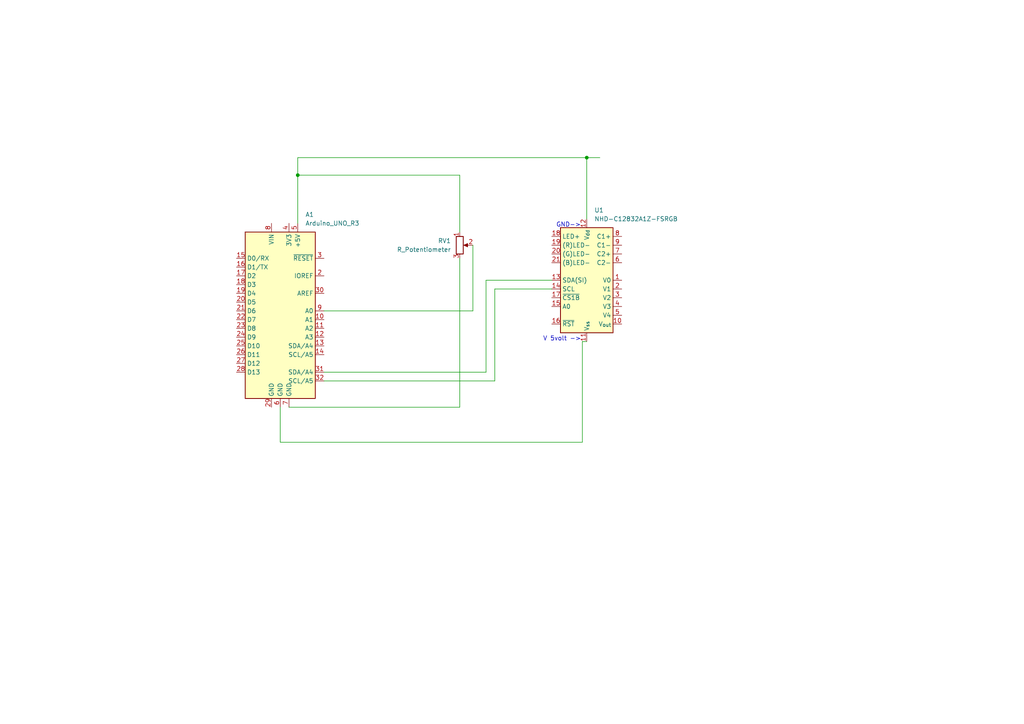
<source format=kicad_sch>
(kicad_sch (version 20230121) (generator eeschema)
  (paper "A4")
  (lib_symbols
    (symbol "Device:R_Potentiometer" (pin_names (offset 1.016) hide)
      (property "Reference" "RV" (at -4.445 0 90))
      (property "Value" "R_Potentiometer" (at -2.54 0 90))
      (symbol "R_Potentiometer_0_1"
        (polyline (pts (xy 2.54 0) (xy 1.524 0)))
        (polyline (pts (xy 1.143 0) (xy 2.286 0.508) (xy 2.286 -0.508) (xy 1.143 0)) (fill (type outline)))
        (rectangle (start 1.016 2.54) (end -1.016 -2.54) (stroke (width 0.254)))
      )
      (symbol "R_Potentiometer_1_1"
        (pin passive line (at 0 3.81 270) (length 1.27) (name "1") (number "1"))
        (pin passive line (at 3.81 0 180) (length 1.27) (name "2") (number "2"))
        (pin passive line (at 0 -3.81 90) (length 1.27) (name "3") (number "3"))
      )
    )
    (symbol "Display_Graphic:NHD-C12832A1Z-FSRGB"
      (property "Reference" "U" (at -7.62 15.875 0))
      (property "Value" "NHD-C12832A1Z-FSRGB" (at 2.54 -16.51 0))
      (symbol "NHD-C12832A1Z-FSRGB_0_1"
        (rectangle (start -7.62 15.24) (end 7.62 -15.24) (stroke (width 0.254)) (fill (type background)))
      )
      (symbol "NHD-C12832A1Z-FSRGB_1_1"
        (pin passive line (at 10.16 0 180) (length 2.54) (name "V0") (number "1"))
        (pin passive line (at 10.16 -12.7 180) (length 2.54) (name "V_{out}") (number "10"))
        (pin power_in line (at 0 -17.78 90) (length 2.54) (name "V_{ss}") (number "11"))
        (pin power_in line (at 0 17.78 270) (length 2.54) (name "V_{dd}") (number "12"))
        (pin input line (at -10.16 0 0) (length 2.54) (name "SDA(SI)") (number "13"))
        (pin input line (at -10.16 -2.54 0) (length 2.54) (name "SCL") (number "14"))
        (pin input line (at -10.16 -7.62 0) (length 2.54) (name "A0") (number "15"))
        (pin input line (at -10.16 -12.7 0) (length 2.54) (name "~{RST}") (number "16"))
        (pin input line (at -10.16 -5.08 0) (length 2.54) (name "~{CS1B}") (number "17"))
        (pin passive line (at -10.16 12.7 0) (length 2.54) (name "LED+") (number "18"))
        (pin passive line (at -10.16 10.16 0) (length 2.54) (name "(R)LED-") (number "19"))
        (pin passive line (at 10.16 -2.54 180) (length 2.54) (name "V1") (number "2"))
        (pin passive line (at -10.16 7.62 0) (length 2.54) (name "(G)LED-") (number "20"))
        (pin passive line (at -10.16 5.08 0) (length 2.54) (name "(B)LED-") (number "21"))
        (pin passive line (at 10.16 -5.08 180) (length 2.54) (name "V2") (number "3"))
        (pin passive line (at 10.16 -7.62 180) (length 2.54) (name "V3") (number "4"))
        (pin passive line (at 10.16 -10.16 180) (length 2.54) (name "V4") (number "5"))
        (pin passive line (at 10.16 5.08 180) (length 2.54) (name "C2-") (number "6"))
        (pin passive line (at 10.16 7.62 180) (length 2.54) (name "C2+") (number "7"))
        (pin passive line (at 10.16 12.7 180) (length 2.54) (name "C1+") (number "8"))
        (pin passive line (at 10.16 10.16 180) (length 2.54) (name "C1-") (number "9"))
      )
    )
    (symbol "MCU_Module:Arduino_UNO_R3"
      (property "Reference" "A" (at -10.16 23.495 0))
      (property "Value" "Arduino_UNO_R3" (at 5.08 -26.67 0))
      (symbol "Arduino_UNO_R3_0_1"
        (rectangle (start -10.16 22.86) (end 10.16 -25.4) (stroke (width 0.254)) (fill (type background)))
      )
      (symbol "Arduino_UNO_R3_1_1"
        (pin no_connect line (at -10.16 -20.32 0) (length 2.54) hide (name "NC") (number "1"))
        (pin bidirectional line (at 12.7 -2.54 180) (length 2.54) (name "A1") (number "10"))
        (pin bidirectional line (at 12.7 -5.08 180) (length 2.54) (name "A2") (number "11"))
        (pin bidirectional line (at 12.7 -7.62 180) (length 2.54) (name "A3") (number "12"))
        (pin bidirectional line (at 12.7 -10.16 180) (length 2.54) (name "SDA/A4") (number "13"))
        (pin bidirectional line (at 12.7 -12.7 180) (length 2.54) (name "SCL/A5") (number "14"))
        (pin bidirectional line (at -12.7 15.24 0) (length 2.54) (name "D0/RX") (number "15"))
        (pin bidirectional line (at -12.7 12.7 0) (length 2.54) (name "D1/TX") (number "16"))
        (pin bidirectional line (at -12.7 10.16 0) (length 2.54) (name "D2") (number "17"))
        (pin bidirectional line (at -12.7 7.62 0) (length 2.54) (name "D3") (number "18"))
        (pin bidirectional line (at -12.7 5.08 0) (length 2.54) (name "D4") (number "19"))
        (pin output line (at 12.7 10.16 180) (length 2.54) (name "IOREF") (number "2"))
        (pin bidirectional line (at -12.7 2.54 0) (length 2.54) (name "D5") (number "20"))
        (pin bidirectional line (at -12.7 0 0) (length 2.54) (name "D6") (number "21"))
        (pin bidirectional line (at -12.7 -2.54 0) (length 2.54) (name "D7") (number "22"))
        (pin bidirectional line (at -12.7 -5.08 0) (length 2.54) (name "D8") (number "23"))
        (pin bidirectional line (at -12.7 -7.62 0) (length 2.54) (name "D9") (number "24"))
        (pin bidirectional line (at -12.7 -10.16 0) (length 2.54) (name "D10") (number "25"))
        (pin bidirectional line (at -12.7 -12.7 0) (length 2.54) (name "D11") (number "26"))
        (pin bidirectional line (at -12.7 -15.24 0) (length 2.54) (name "D12") (number "27"))
        (pin bidirectional line (at -12.7 -17.78 0) (length 2.54) (name "D13") (number "28"))
        (pin power_in line (at -2.54 -27.94 90) (length 2.54) (name "GND") (number "29"))
        (pin input line (at 12.7 15.24 180) (length 2.54) (name "~{RESET}") (number "3"))
        (pin input line (at 12.7 5.08 180) (length 2.54) (name "AREF") (number "30"))
        (pin bidirectional line (at 12.7 -17.78 180) (length 2.54) (name "SDA/A4") (number "31"))
        (pin bidirectional line (at 12.7 -20.32 180) (length 2.54) (name "SCL/A5") (number "32"))
        (pin power_out line (at 2.54 25.4 270) (length 2.54) (name "3V3") (number "4"))
        (pin power_out line (at 5.08 25.4 270) (length 2.54) (name "+5V") (number "5"))
        (pin power_in line (at 0 -27.94 90) (length 2.54) (name "GND") (number "6"))
        (pin power_in line (at 2.54 -27.94 90) (length 2.54) (name "GND") (number "7"))
        (pin power_in line (at -2.54 25.4 270) (length 2.54) (name "VIN") (number "8"))
        (pin bidirectional line (at 12.7 0 180) (length 2.54) (name "A0") (number "9"))
      )
    )
  )
  (junction (at 86.36 50.8))
  (junction (at 170.18 45.72))
  (wire (pts (xy 143.51 83.82) (xy 160.02 83.82)))
  (wire (pts (xy 137.16 90.17) (xy 93.98 90.17)))
  (wire (pts (xy 133.35 74.93) (xy 133.35 118.11)))
  (wire (pts (xy 133.35 50.8) (xy 86.36 50.8)))
  (wire (pts (xy 140.97 107.95) (xy 140.97 81.28)))
  (wire (pts (xy 86.36 50.8) (xy 86.36 64.77)))
  (wire (pts (xy 170.18 45.72) (xy 170.18 63.5)))
  (wire (pts (xy 168.91 99.06) (xy 170.18 99.06)))
  (wire (pts (xy 133.35 67.31) (xy 133.35 50.8)))
  (wire (pts (xy 168.91 128.27) (xy 81.28 128.27)))
  (wire (pts (xy 93.98 110.49) (xy 143.51 110.49)))
  (wire (pts (xy 168.91 99.06) (xy 168.91 128.27)))
  (wire (pts (xy 140.97 81.28) (xy 160.02 81.28)))
  (wire (pts (xy 86.36 45.72) (xy 86.36 50.8)))
  (wire (pts (xy 86.36 45.72) (xy 170.18 45.72)))
  (wire (pts (xy 137.16 71.12) (xy 137.16 90.17)))
  (wire (pts (xy 81.28 128.27) (xy 81.28 118.11)))
  (wire (pts (xy 133.35 118.11) (xy 83.82 118.11)))
  (wire (pts (xy 143.51 110.49) (xy 143.51 83.82)))
  (wire (pts (xy 93.98 107.95) (xy 140.97 107.95)))
  (wire (pts (xy 170.18 45.72) (xy 173.99 45.72)))
  (text "GND->\n" (at 161.29 66.04 0) (effects (font (size 1.27 1.27)) (justify left bottom)))
  (text "V 5volt ->" (at 157.48 99.06 0) (effects (font (size 1.27 1.27)) (justify left bottom)))
  (symbol (lib_id "Display_Graphic:NHD-C12832A1Z-FSRGB") (at 170.18 81.28 0) (unit 1)
    (property "Reference" "U1" (at 172.3741 60.96 0) (effects (justify left)))
    (property "Value" "NHD-C12832A1Z-FSRGB" (at 172.3741 63.5 0) (effects (justify left)))
    (property "Footprint" "Display:NHD-C12832A1Z-FSRGB" (effects hide))
    (property "Datasheet" "https://www.newhavendisplay.com/specs/NHD-C12832A1Z-FSRGB-FBW-3V.pdf" (effects hide))
  )
  (symbol (lib_id "MCU_Module:Arduino_UNO_R3") (at 81.28 90.17 0) (unit 1)
    (property "Reference" "A1" (at 88.5541 62.23 0) (effects (justify left)))
    (property "Value" "Arduino_UNO_R3" (at 88.5541 64.77 0) (effects (justify left)))
    (property "Footprint" "Module:Arduino_UNO_R3" (effects hide))
    (property "Datasheet" "https://www.arduino.cc/en/Main/arduinoBoardUno" (effects hide))
  )
  (symbol (lib_id "Device:R_Potentiometer") (at 133.35 71.12 0) (unit 1)
    (property "Reference" "RV1" (at 130.81 69.85 0) (effects (justify right)))
    (property "Value" "R_Potentiometer" (at 130.81 72.39 0) (effects (justify right)))
  )
)
</source>
